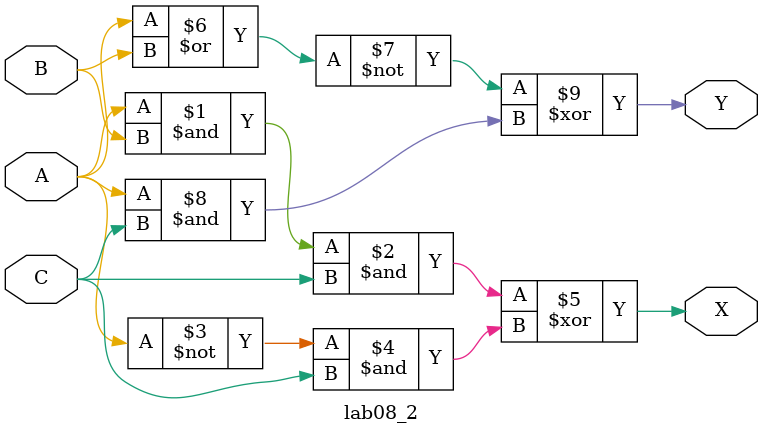
<source format=v>
module lab08_2(A,B,C,X,Y);
input A;
input B;
input C;
output X;
output Y;

assign X = (A&B&C)^((~A)&C);
assign Y = (~(A|B)) ^ (A&C);
endmodule
</source>
